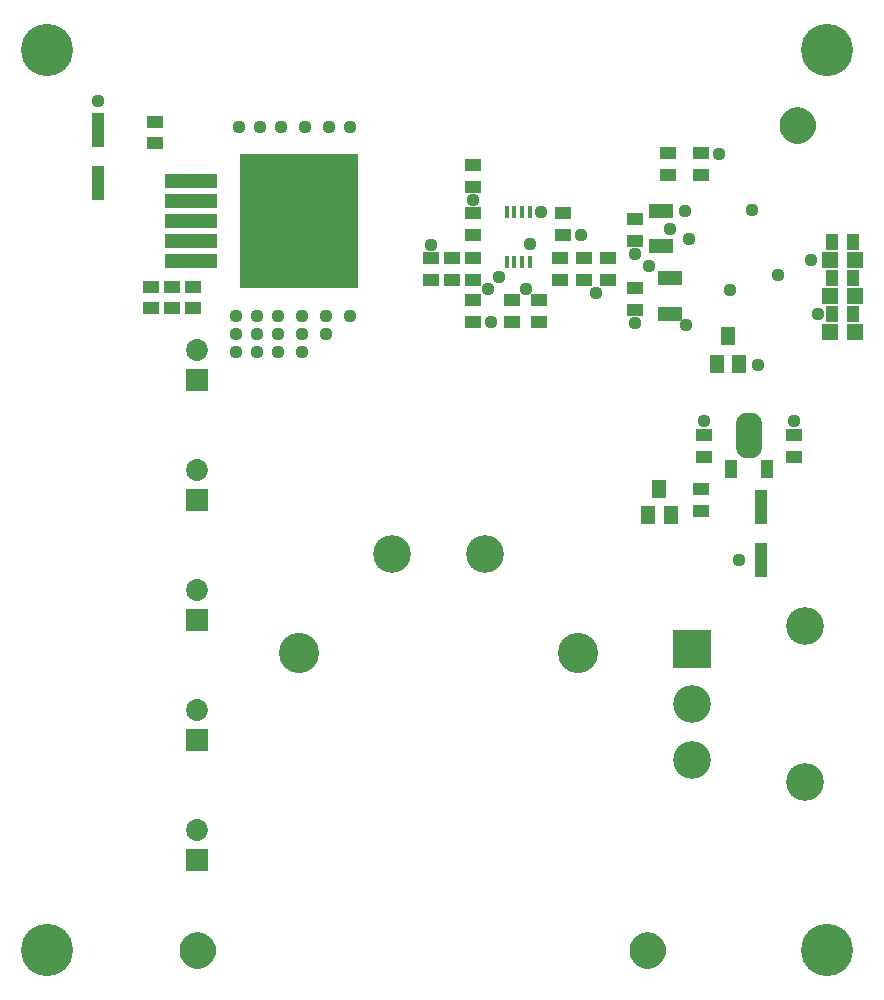
<source format=gts>
G75*
G70*
%OFA0B0*%
%FSLAX24Y24*%
%IPPOS*%
%LPD*%
%AMOC8*
5,1,8,0,0,1.08239X$1,22.5*
%
%ADD10C,0.1340*%
%ADD11R,0.0552X0.0395*%
%ADD12R,0.0161X0.0398*%
%ADD13R,0.0474X0.0631*%
%ADD14R,0.0395X0.0631*%
%ADD15C,0.0651*%
%ADD16R,0.0431X0.1176*%
%ADD17R,0.0552X0.0552*%
%ADD18R,0.0395X0.0552*%
%ADD19C,0.1261*%
%ADD20R,0.1261X0.1261*%
%ADD21R,0.0730X0.0730*%
%ADD22C,0.0730*%
%ADD23R,0.0220X0.0474*%
%ADD24R,0.1781X0.0482*%
%ADD25R,0.3982X0.4482*%
%ADD26C,0.0500*%
%ADD27C,0.0474*%
%ADD28C,0.0437*%
%ADD29C,0.1740*%
D10*
X011000Y012500D03*
X020300Y012500D03*
D11*
X024400Y017246D03*
X024400Y017954D03*
X024500Y019046D03*
X024500Y019754D03*
X027500Y019754D03*
X027500Y019046D03*
X022200Y023946D03*
X022200Y024654D03*
X021300Y024946D03*
X021300Y025654D03*
X020500Y025654D03*
X019700Y025654D03*
X019800Y026446D03*
X019800Y027154D03*
X019700Y024946D03*
X020500Y024946D03*
X019000Y024254D03*
X019000Y023546D03*
X018100Y023546D03*
X018100Y024254D03*
X016800Y024254D03*
X016800Y024946D03*
X016100Y024946D03*
X015400Y024946D03*
X015400Y025654D03*
X016100Y025654D03*
X016800Y025654D03*
X016800Y026446D03*
X016800Y027154D03*
X016800Y028046D03*
X016800Y028754D03*
X016800Y023546D03*
X022200Y026246D03*
X022200Y026954D03*
X023300Y028446D03*
X023300Y029154D03*
X024400Y029154D03*
X024400Y028446D03*
X007450Y024704D03*
X006750Y024704D03*
X006050Y024704D03*
X006050Y023996D03*
X006750Y023996D03*
X007450Y023996D03*
X006200Y029496D03*
X006200Y030204D03*
D12*
X017916Y027216D03*
X018172Y027216D03*
X018428Y027216D03*
X018684Y027216D03*
X018684Y025524D03*
X018428Y025524D03*
X018172Y025524D03*
X017916Y025524D03*
D13*
X023010Y017973D03*
X022636Y017107D03*
X023384Y017107D03*
X024926Y022128D03*
X025674Y022128D03*
X025300Y023072D03*
D14*
X025410Y018620D03*
X026590Y018620D03*
D15*
X026108Y019346D02*
X025892Y019346D01*
X025892Y020154D01*
X026108Y020154D01*
X026108Y019346D01*
X026108Y019996D02*
X025892Y019996D01*
D16*
X026400Y017381D03*
X026400Y015619D03*
X004300Y028169D03*
X004300Y029931D03*
D17*
X028687Y025600D03*
X029513Y025600D03*
X029513Y024400D03*
X028687Y024400D03*
X028687Y023200D03*
X029513Y023200D03*
D18*
X029454Y023800D03*
X028746Y023800D03*
X028746Y025000D03*
X029454Y025000D03*
X029454Y026200D03*
X028746Y026200D03*
D19*
X027850Y013400D03*
X024100Y010800D03*
X024100Y008950D03*
X027850Y008200D03*
X017200Y015800D03*
X014100Y015800D03*
D20*
X024100Y012650D03*
D21*
X007600Y013600D03*
X007600Y009600D03*
X007600Y005600D03*
X007600Y017600D03*
X007600Y021600D03*
D22*
X007600Y022600D03*
X007600Y018600D03*
X007600Y014600D03*
X007600Y010600D03*
X007600Y006600D03*
D23*
X023056Y023809D03*
X023253Y023809D03*
X023450Y023809D03*
X023647Y023809D03*
X023647Y024991D03*
X023450Y024991D03*
X023253Y024991D03*
X023056Y024991D03*
X023150Y026059D03*
X022953Y026059D03*
X022756Y026059D03*
X023347Y026059D03*
X023347Y027241D03*
X023150Y027241D03*
X022953Y027241D03*
X022756Y027241D03*
D24*
X007400Y027569D03*
X007400Y026900D03*
X007400Y026231D03*
X007400Y025561D03*
X007400Y028239D03*
D25*
X011000Y026900D03*
D26*
X027246Y030100D02*
X027248Y030137D01*
X027254Y030174D01*
X027263Y030209D01*
X027277Y030244D01*
X027293Y030277D01*
X027314Y030308D01*
X027337Y030337D01*
X027363Y030363D01*
X027392Y030386D01*
X027423Y030407D01*
X027456Y030423D01*
X027491Y030437D01*
X027526Y030446D01*
X027563Y030452D01*
X027600Y030454D01*
X027637Y030452D01*
X027674Y030446D01*
X027709Y030437D01*
X027744Y030423D01*
X027777Y030407D01*
X027808Y030386D01*
X027837Y030363D01*
X027863Y030337D01*
X027886Y030308D01*
X027907Y030277D01*
X027923Y030244D01*
X027937Y030209D01*
X027946Y030174D01*
X027952Y030137D01*
X027954Y030100D01*
X027952Y030063D01*
X027946Y030026D01*
X027937Y029991D01*
X027923Y029956D01*
X027907Y029923D01*
X027886Y029892D01*
X027863Y029863D01*
X027837Y029837D01*
X027808Y029814D01*
X027777Y029793D01*
X027744Y029777D01*
X027709Y029763D01*
X027674Y029754D01*
X027637Y029748D01*
X027600Y029746D01*
X027563Y029748D01*
X027526Y029754D01*
X027491Y029763D01*
X027456Y029777D01*
X027423Y029793D01*
X027392Y029814D01*
X027363Y029837D01*
X027337Y029863D01*
X027314Y029892D01*
X027293Y029923D01*
X027277Y029956D01*
X027263Y029991D01*
X027254Y030026D01*
X027248Y030063D01*
X027246Y030100D01*
X022246Y002600D02*
X022248Y002637D01*
X022254Y002674D01*
X022263Y002709D01*
X022277Y002744D01*
X022293Y002777D01*
X022314Y002808D01*
X022337Y002837D01*
X022363Y002863D01*
X022392Y002886D01*
X022423Y002907D01*
X022456Y002923D01*
X022491Y002937D01*
X022526Y002946D01*
X022563Y002952D01*
X022600Y002954D01*
X022637Y002952D01*
X022674Y002946D01*
X022709Y002937D01*
X022744Y002923D01*
X022777Y002907D01*
X022808Y002886D01*
X022837Y002863D01*
X022863Y002837D01*
X022886Y002808D01*
X022907Y002777D01*
X022923Y002744D01*
X022937Y002709D01*
X022946Y002674D01*
X022952Y002637D01*
X022954Y002600D01*
X022952Y002563D01*
X022946Y002526D01*
X022937Y002491D01*
X022923Y002456D01*
X022907Y002423D01*
X022886Y002392D01*
X022863Y002363D01*
X022837Y002337D01*
X022808Y002314D01*
X022777Y002293D01*
X022744Y002277D01*
X022709Y002263D01*
X022674Y002254D01*
X022637Y002248D01*
X022600Y002246D01*
X022563Y002248D01*
X022526Y002254D01*
X022491Y002263D01*
X022456Y002277D01*
X022423Y002293D01*
X022392Y002314D01*
X022363Y002337D01*
X022337Y002363D01*
X022314Y002392D01*
X022293Y002423D01*
X022277Y002456D01*
X022263Y002491D01*
X022254Y002526D01*
X022248Y002563D01*
X022246Y002600D01*
X007246Y002600D02*
X007248Y002637D01*
X007254Y002674D01*
X007263Y002709D01*
X007277Y002744D01*
X007293Y002777D01*
X007314Y002808D01*
X007337Y002837D01*
X007363Y002863D01*
X007392Y002886D01*
X007423Y002907D01*
X007456Y002923D01*
X007491Y002937D01*
X007526Y002946D01*
X007563Y002952D01*
X007600Y002954D01*
X007637Y002952D01*
X007674Y002946D01*
X007709Y002937D01*
X007744Y002923D01*
X007777Y002907D01*
X007808Y002886D01*
X007837Y002863D01*
X007863Y002837D01*
X007886Y002808D01*
X007907Y002777D01*
X007923Y002744D01*
X007937Y002709D01*
X007946Y002674D01*
X007952Y002637D01*
X007954Y002600D01*
X007952Y002563D01*
X007946Y002526D01*
X007937Y002491D01*
X007923Y002456D01*
X007907Y002423D01*
X007886Y002392D01*
X007863Y002363D01*
X007837Y002337D01*
X007808Y002314D01*
X007777Y002293D01*
X007744Y002277D01*
X007709Y002263D01*
X007674Y002254D01*
X007637Y002248D01*
X007600Y002246D01*
X007563Y002248D01*
X007526Y002254D01*
X007491Y002263D01*
X007456Y002277D01*
X007423Y002293D01*
X007392Y002314D01*
X007363Y002337D01*
X007337Y002363D01*
X007314Y002392D01*
X007293Y002423D01*
X007277Y002456D01*
X007263Y002491D01*
X007254Y002526D01*
X007248Y002563D01*
X007246Y002600D01*
D27*
X007600Y002600D03*
X022600Y002600D03*
X027600Y030100D03*
D28*
X025000Y029150D03*
X026100Y027259D03*
X026950Y025100D03*
X028050Y025600D03*
X028300Y023800D03*
X026300Y022100D03*
X027500Y020250D03*
X024500Y020250D03*
X023900Y023450D03*
X022200Y023500D03*
X020900Y024500D03*
X022200Y025800D03*
X022650Y025400D03*
X023350Y026650D03*
X024000Y026300D03*
X023850Y027250D03*
X025350Y024600D03*
X020400Y026450D03*
X019050Y027200D03*
X018700Y026150D03*
X018550Y024650D03*
X017650Y025050D03*
X017300Y024650D03*
X017400Y023550D03*
X015400Y026100D03*
X016800Y027600D03*
X012700Y030050D03*
X012000Y030050D03*
X011200Y030050D03*
X010400Y030050D03*
X009700Y030050D03*
X009000Y030050D03*
X004300Y030900D03*
X008900Y023750D03*
X008900Y023150D03*
X008900Y022550D03*
X009600Y022550D03*
X009600Y023150D03*
X009600Y023750D03*
X010300Y023750D03*
X010300Y023150D03*
X010300Y022550D03*
X011100Y022550D03*
X011100Y023150D03*
X011100Y023750D03*
X011900Y023750D03*
X011900Y023150D03*
X012700Y023750D03*
X025650Y015600D03*
D29*
X002600Y002600D03*
X028600Y002600D03*
X028600Y032600D03*
X002600Y032600D03*
M02*

</source>
